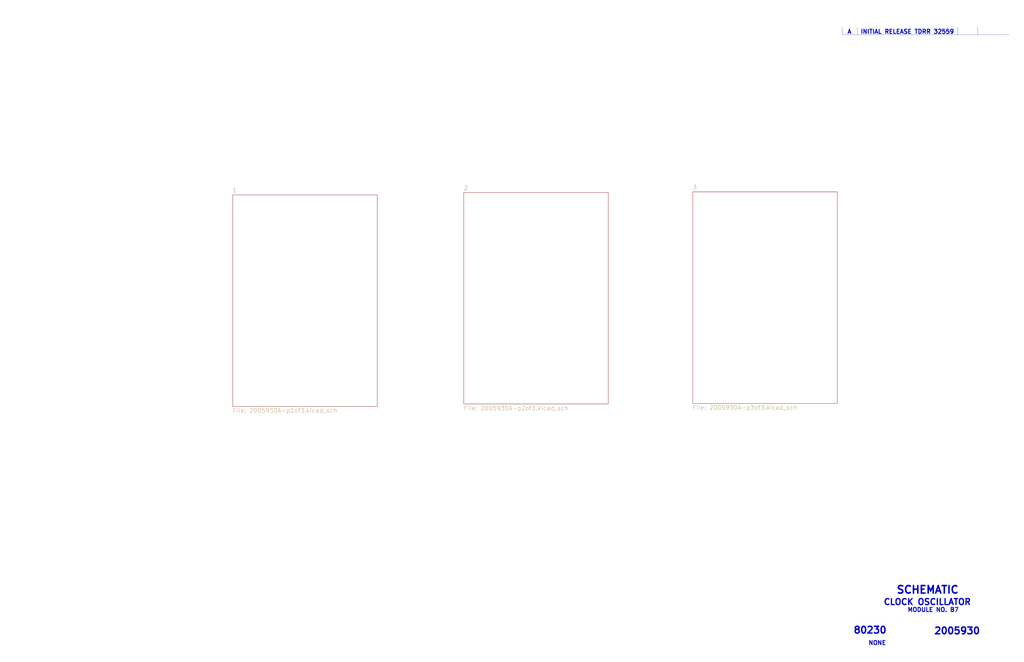
<source format=kicad_sch>
(kicad_sch (version 20211123) (generator eeschema)
  (paper "D")
  (lib_symbols)
  (polyline (pts (xy 723.011 23.114) (xy 723.011 29.337)) (stroke (width 0) (type solid)))
  (polyline (pts (xy 807.593 23.114) (xy 807.593 29.337)) (stroke (width 0) (type solid)))
  (polyline (pts (xy 824.611 23.114) (xy 824.611 29.337)) (stroke (width 0) (type solid)))
  (polyline (pts (xy 850.9 29.337) (xy 710.311 29.337)) (stroke (width 0) (type solid)))
  (polyline (pts (xy 710.311 23.114) (xy 710.311 29.337)) (stroke (width 0) (type solid)))
  (text "CLOCK OSCILLATOR" (at 744.855 511.175 0) (effects (font (size 5.08 5.08) (thickness 1.016) bold) (justify left bottom)))
  (text "NONE" (at 732.155 544.83 0) (effects (font (size 3.556 3.556) (thickness 0.7112) bold) (justify left bottom)))
  (text "SCHEMATIC" (at 755.65 501.65 0) (effects (font (size 6.35 6.35) (thickness 1.27) bold) (justify left bottom)))
  (text "MODULE NO. B7" (at 765.175 516.89 0) (effects (font (size 3.556 3.556) (thickness 0.7112) bold) (justify left bottom)))
  (text "A   INITIAL RELEASE TDRR 32559" (at 714.375 28.956 0) (effects (font (size 3.556 3.556) (thickness 0.7112) bold) (justify left bottom)))
  (text "2005930" (at 787.4 535.94 0) (effects (font (size 5.715 5.715) (thickness 1.143) bold) (justify left bottom)))
  (text "80230" (at 719.455 535.305 0) (effects (font (size 5.715 5.715) (thickness 1.143) bold) (justify left bottom)))
  (sheet (at 196.215 164.465) (size 121.92 178.435)
    (property "Sheet name" "1" (at 196.215 162.6104 0) (effects (font (size 3.556 3.556)) (justify left bottom)))
    (property "Sheet file" "2005930A-p1of3.kicad_sch" (at 196.215 344.399 0) (effects (font (size 3.556 3.556)) (justify left top)))
  )
  (sheet (at 391.16 162.56) (size 121.92 178.435)
    (property "Sheet name" "2" (at 391.16 160.7054 0) (effects (font (size 3.556 3.556)) (justify left bottom)))
    (property "Sheet file" "2005930A-p2of3.kicad_sch" (at 391.16 342.494 0) (effects (font (size 3.556 3.556)) (justify left top)))
  )
  (sheet (at 584.2 161.925) (size 121.92 178.435)
    (property "Sheet name" "3" (at 584.2 160.0704 0) (effects (font (size 3.556 3.556)) (justify left bottom)))
    (property "Sheet file" "2005930A-p3of3.kicad_sch" (at 584.2 341.859 0) (effects (font (size 3.556 3.556)) (justify left top)))
  )
)
</source>
